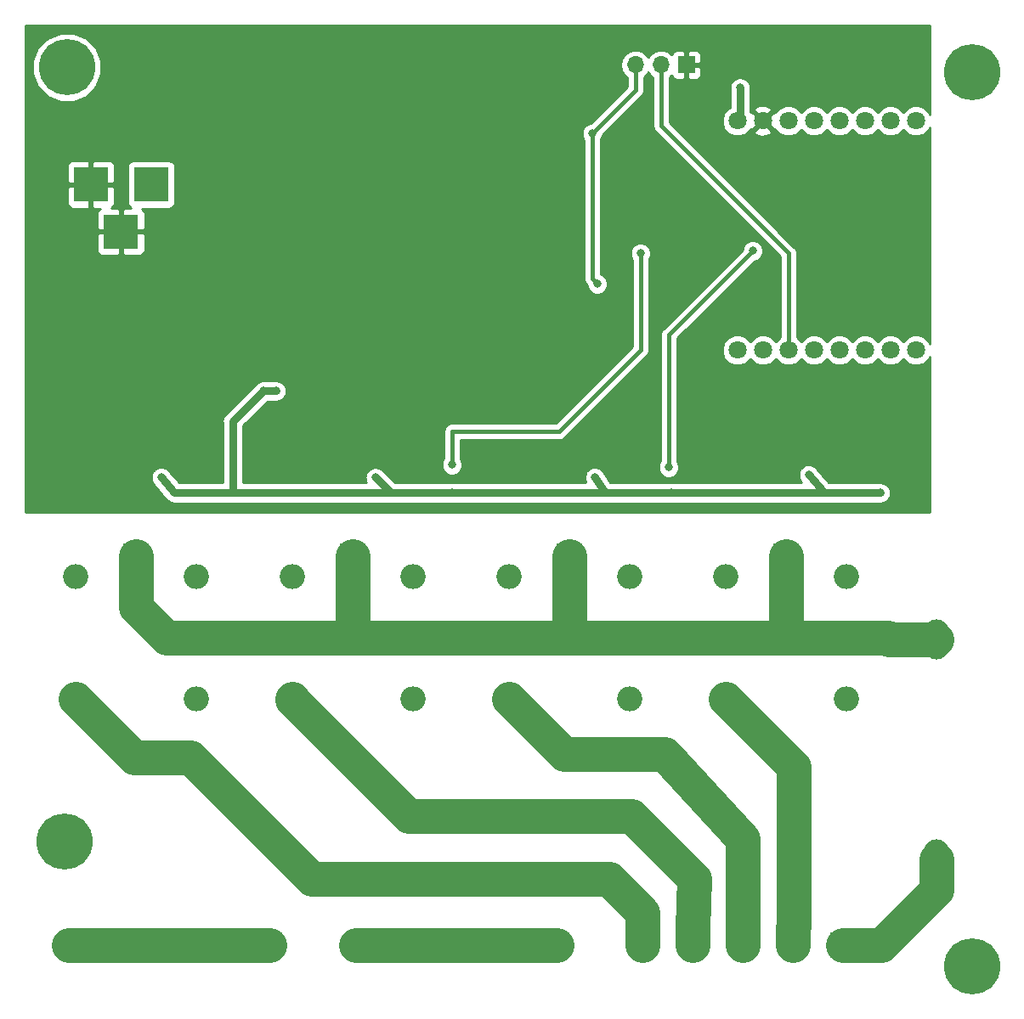
<source format=gbr>
G04 #@! TF.GenerationSoftware,KiCad,Pcbnew,(5.0.0)*
G04 #@! TF.CreationDate,2018-08-06T10:04:36+01:00*
G04 #@! TF.ProjectId,Sonoff_4ch_switch,536F6E6F66665F3463685F7377697463,rev?*
G04 #@! TF.SameCoordinates,Original*
G04 #@! TF.FileFunction,Copper,L2,Bot,Signal*
G04 #@! TF.FilePolarity,Positive*
%FSLAX46Y46*%
G04 Gerber Fmt 4.6, Leading zero omitted, Abs format (unit mm)*
G04 Created by KiCad (PCBNEW (5.0.0)) date 08/06/18 10:04:36*
%MOMM*%
%LPD*%
G01*
G04 APERTURE LIST*
G04 #@! TA.AperFunction,ComponentPad*
%ADD10R,1.700000X1.700000*%
G04 #@! TD*
G04 #@! TA.AperFunction,ComponentPad*
%ADD11O,1.700000X1.700000*%
G04 #@! TD*
G04 #@! TA.AperFunction,ComponentPad*
%ADD12C,1.800000*%
G04 #@! TD*
G04 #@! TA.AperFunction,ComponentPad*
%ADD13O,2.500000X4.000000*%
G04 #@! TD*
G04 #@! TA.AperFunction,ComponentPad*
%ADD14R,3.500000X3.500000*%
G04 #@! TD*
G04 #@! TA.AperFunction,ComponentPad*
%ADD15O,2.500000X2.500000*%
G04 #@! TD*
G04 #@! TA.AperFunction,ComponentPad*
%ADD16R,2.500000X2.500000*%
G04 #@! TD*
G04 #@! TA.AperFunction,ComponentPad*
%ADD17C,2.500000*%
G04 #@! TD*
G04 #@! TA.AperFunction,ComponentPad*
%ADD18C,5.600000*%
G04 #@! TD*
G04 #@! TA.AperFunction,ViaPad*
%ADD19C,0.800000*%
G04 #@! TD*
G04 #@! TA.AperFunction,Conductor*
%ADD20C,0.800000*%
G04 #@! TD*
G04 #@! TA.AperFunction,Conductor*
%ADD21C,0.400000*%
G04 #@! TD*
G04 #@! TA.AperFunction,Conductor*
%ADD22C,3.500000*%
G04 #@! TD*
G04 #@! TA.AperFunction,Conductor*
%ADD23C,0.254000*%
G04 #@! TD*
G04 APERTURE END LIST*
D10*
G04 #@! TO.P,J5,1*
G04 #@! TO.N,GND*
X147574000Y-37338000D03*
D11*
G04 #@! TO.P,J5,2*
G04 #@! TO.N,OneWire*
X145034000Y-37338000D03*
G04 #@! TO.P,J5,3*
G04 #@! TO.N,+3V3*
X142494000Y-37338000D03*
G04 #@! TD*
D12*
G04 #@! TO.P,U2,8*
G04 #@! TO.N,Net-(U2-Pad8)*
X170434000Y-42926000D03*
G04 #@! TO.P,U2,7*
G04 #@! TO.N,Net-(U2-Pad7)*
X167894000Y-42926000D03*
G04 #@! TO.P,U2,6*
G04 #@! TO.N,Relay2*
X165354000Y-42926000D03*
G04 #@! TO.P,U2,5*
G04 #@! TO.N,Relay3*
X162814000Y-42926000D03*
G04 #@! TO.P,U2,4*
G04 #@! TO.N,SW0*
X160274000Y-42926000D03*
G04 #@! TO.P,U2,3*
G04 #@! TO.N,SW2*
X157734000Y-42926000D03*
G04 #@! TO.P,U2,2*
G04 #@! TO.N,GND*
X155194000Y-42926000D03*
G04 #@! TO.P,U2,1*
G04 #@! TO.N,+5V*
X152654000Y-42926000D03*
G04 #@! TO.P,U2,16*
G04 #@! TO.N,+3V3*
X152654000Y-65786000D03*
G04 #@! TO.P,U2,15*
G04 #@! TO.N,Relay4*
X155194000Y-65786000D03*
G04 #@! TO.P,U2,14*
G04 #@! TO.N,OneWire*
X157734000Y-65786000D03*
G04 #@! TO.P,U2,13*
G04 #@! TO.N,Relay1*
X160274000Y-65786000D03*
G04 #@! TO.P,U2,12*
G04 #@! TO.N,SW14*
X162814000Y-65786000D03*
G04 #@! TO.P,U2,11*
G04 #@! TO.N,SW16*
X165354000Y-65786000D03*
G04 #@! TO.P,U2,10*
G04 #@! TO.N,Net-(U2-Pad10)*
X167894000Y-65786000D03*
G04 #@! TO.P,U2,9*
G04 #@! TO.N,Net-(U2-Pad9)*
X170434000Y-65786000D03*
G04 #@! TD*
D13*
G04 #@! TO.P,F1,2*
G04 #@! TO.N,LineIN*
X172466000Y-94586000D03*
G04 #@! TO.P,F1,1*
G04 #@! TO.N,AC*
X172466000Y-116586000D03*
G04 #@! TD*
D14*
G04 #@! TO.P,J1,3*
G04 #@! TO.N,GND*
X91234000Y-53976000D03*
G04 #@! TO.P,J1,2*
X88234000Y-49276000D03*
G04 #@! TO.P,J1,1*
G04 #@! TO.N,/DC_IN*
X94234000Y-49276000D03*
G04 #@! TD*
D15*
G04 #@! TO.P,K1,5*
G04 #@! TO.N,+5V*
X163480000Y-88360000D03*
G04 #@! TO.P,K1,4*
G04 #@! TO.N,Net-(K1-Pad4)*
X163480000Y-100560000D03*
G04 #@! TO.P,K1,3*
G04 #@! TO.N,L1*
X151480000Y-100560000D03*
G04 #@! TO.P,K1,2*
G04 #@! TO.N,Net-(D1-Pad2)*
X151480000Y-88360000D03*
D16*
G04 #@! TO.P,K1,1*
G04 #@! TO.N,LineIN*
X157480000Y-86360000D03*
G04 #@! TD*
G04 #@! TO.P,K2,1*
G04 #@! TO.N,LineIN*
X135890000Y-86360000D03*
D15*
G04 #@! TO.P,K2,2*
G04 #@! TO.N,Net-(D2-Pad2)*
X129890000Y-88360000D03*
G04 #@! TO.P,K2,3*
G04 #@! TO.N,L2*
X129890000Y-100560000D03*
G04 #@! TO.P,K2,4*
G04 #@! TO.N,Net-(K2-Pad4)*
X141890000Y-100560000D03*
G04 #@! TO.P,K2,5*
G04 #@! TO.N,+5V*
X141890000Y-88360000D03*
G04 #@! TD*
G04 #@! TO.P,K3,5*
G04 #@! TO.N,+5V*
X120300000Y-88360000D03*
G04 #@! TO.P,K3,4*
G04 #@! TO.N,Net-(K3-Pad4)*
X120300000Y-100560000D03*
G04 #@! TO.P,K3,3*
G04 #@! TO.N,L3*
X108300000Y-100560000D03*
G04 #@! TO.P,K3,2*
G04 #@! TO.N,Net-(D3-Pad2)*
X108300000Y-88360000D03*
D16*
G04 #@! TO.P,K3,1*
G04 #@! TO.N,LineIN*
X114300000Y-86360000D03*
G04 #@! TD*
G04 #@! TO.P,K4,1*
G04 #@! TO.N,LineIN*
X92710000Y-86360000D03*
D15*
G04 #@! TO.P,K4,2*
G04 #@! TO.N,Net-(D4-Pad2)*
X86710000Y-88360000D03*
G04 #@! TO.P,K4,3*
G04 #@! TO.N,L4*
X86710000Y-100560000D03*
G04 #@! TO.P,K4,4*
G04 #@! TO.N,Net-(K4-Pad4)*
X98710000Y-100560000D03*
G04 #@! TO.P,K4,5*
G04 #@! TO.N,+5V*
X98710000Y-88360000D03*
G04 #@! TD*
D16*
G04 #@! TO.P,J2,1*
G04 #@! TO.N,AC*
X163195000Y-125095000D03*
D17*
G04 #@! TO.P,J2,2*
G04 #@! TO.N,L1*
X158195000Y-125095000D03*
G04 #@! TO.P,J2,3*
G04 #@! TO.N,L2*
X153195000Y-125095000D03*
G04 #@! TO.P,J2,4*
G04 #@! TO.N,L3*
X148195000Y-125095000D03*
G04 #@! TO.P,J2,5*
G04 #@! TO.N,L4*
X143195000Y-125095000D03*
G04 #@! TD*
G04 #@! TO.P,J3,5*
G04 #@! TO.N,Neutral*
X114620000Y-125095000D03*
G04 #@! TO.P,J3,4*
X119620000Y-125095000D03*
G04 #@! TO.P,J3,3*
X124620000Y-125095000D03*
G04 #@! TO.P,J3,2*
X129620000Y-125095000D03*
D16*
G04 #@! TO.P,J3,1*
X134620000Y-125095000D03*
G04 #@! TD*
G04 #@! TO.P,J4,1*
G04 #@! TO.N,Earth*
X106045000Y-125095000D03*
D17*
G04 #@! TO.P,J4,2*
X101045000Y-125095000D03*
G04 #@! TO.P,J4,3*
X96045000Y-125095000D03*
G04 #@! TO.P,J4,4*
X91045000Y-125095000D03*
G04 #@! TO.P,J4,5*
X86045000Y-125095000D03*
G04 #@! TD*
D18*
G04 #@! TO.P,REF\002A\002A,1*
G04 #@! TO.N,N/C*
X85852000Y-37592000D03*
G04 #@! TD*
G04 #@! TO.P,REF\002A\002A,1*
G04 #@! TO.N,N/C*
X176022000Y-38100000D03*
G04 #@! TD*
G04 #@! TO.P,REF\002A\002A,1*
G04 #@! TO.N,N/C*
X176022000Y-127254000D03*
G04 #@! TD*
G04 #@! TO.P,REF\002A\002A,1*
G04 #@! TO.N,N/C*
X85598000Y-114808000D03*
G04 #@! TD*
D19*
G04 #@! TO.N,+5V*
X146050000Y-80010000D03*
X102362000Y-80010000D03*
X159766000Y-78232000D03*
X138430000Y-78486000D03*
X116586000Y-78486000D03*
X95250000Y-78486000D03*
X124206000Y-80010000D03*
X105410000Y-69850000D03*
X166878000Y-80010000D03*
X152908000Y-39624000D03*
X106680000Y-69850000D03*
G04 #@! TO.N,GND*
X148590000Y-77724000D03*
X126746000Y-77724000D03*
X105156000Y-78486000D03*
X103886000Y-54102000D03*
X88646000Y-72390000D03*
X115824000Y-61976000D03*
X161036000Y-71882000D03*
X96012000Y-36576000D03*
X115824000Y-69342000D03*
X170688000Y-70866000D03*
X160528000Y-61214000D03*
X164211000Y-62484000D03*
X170688000Y-34798000D03*
X170688000Y-36195000D03*
X170688000Y-37592000D03*
X170688000Y-38862000D03*
X170688000Y-40132000D03*
X170688000Y-45720000D03*
X170688000Y-46990000D03*
X170688000Y-48260000D03*
X170688000Y-49530000D03*
X170688000Y-50800000D03*
X170688000Y-52070000D03*
X170688000Y-53340000D03*
X170688000Y-54610000D03*
X170688000Y-55880000D03*
X170688000Y-57150000D03*
X170688000Y-58420000D03*
X170688000Y-59690000D03*
X170688000Y-60960000D03*
X170688000Y-62230000D03*
X170688000Y-63500000D03*
X169164000Y-34798000D03*
X167640000Y-34798000D03*
X166370000Y-34798000D03*
X165100000Y-34798000D03*
X170688000Y-68326000D03*
X170688000Y-69596000D03*
X170688000Y-72136000D03*
X170688000Y-73406000D03*
X170688000Y-74676000D03*
X170688000Y-75946000D03*
X170688000Y-77216000D03*
X170688000Y-78486000D03*
X153416000Y-62992000D03*
X134874000Y-34290000D03*
X131064000Y-34290000D03*
X127254000Y-34290000D03*
X123190000Y-34290000D03*
X118618000Y-34290000D03*
X114554000Y-34290000D03*
X82550000Y-41148000D03*
X82550000Y-45212000D03*
X82296000Y-52070000D03*
X82296000Y-59182000D03*
X82550000Y-68580000D03*
X82550000Y-77470000D03*
X103886000Y-49276000D03*
X142240000Y-43434000D03*
X115316000Y-50292000D03*
G04 #@! TO.N,Relay2*
X145796000Y-77470000D03*
X154178000Y-55880000D03*
G04 #@! TO.N,Relay3*
X124206000Y-77216000D03*
X143002000Y-56134000D03*
G04 #@! TO.N,+3V3*
X138684000Y-59182000D03*
X138176000Y-44196000D03*
G04 #@! TD*
D20*
G04 #@! TO.N,+5V*
X146050000Y-80010000D02*
X146050000Y-80010000D01*
X102362000Y-80010000D02*
X102362000Y-80010000D01*
X139446000Y-80010000D02*
X146050000Y-80010000D01*
X138430000Y-78486000D02*
X139446000Y-80010000D01*
X96520000Y-80010000D02*
X102362000Y-80010000D01*
X95250000Y-78486000D02*
X96520000Y-80010000D01*
X118110000Y-80010000D02*
X116586000Y-78486000D01*
X124206000Y-80010000D02*
X118110000Y-80010000D01*
X124460000Y-80010000D02*
X146050000Y-80010000D01*
X124206000Y-80010000D02*
X124460000Y-80010000D01*
X102362000Y-80010000D02*
X124206000Y-80010000D01*
X161290000Y-80010000D02*
X159766000Y-78232000D01*
X102362000Y-80010000D02*
X102362000Y-72898000D01*
X102362000Y-72898000D02*
X105410000Y-69850000D01*
X146050000Y-80010000D02*
X166878000Y-80010000D01*
X152908000Y-42672000D02*
X152654000Y-42926000D01*
X152908000Y-39624000D02*
X152908000Y-42672000D01*
X106680000Y-69850000D02*
X105410000Y-69850000D01*
D21*
G04 #@! TO.N,Relay2*
X145796000Y-77216000D02*
X145796000Y-77470000D01*
X145796000Y-76904315D02*
X145796000Y-77470000D01*
X145796000Y-64262000D02*
X145796000Y-76904315D01*
X154178000Y-55880000D02*
X145796000Y-64262000D01*
G04 #@! TO.N,Relay3*
X124206000Y-77216000D02*
X124206000Y-73914000D01*
X124206000Y-73914000D02*
X134874000Y-73914000D01*
X143002000Y-65786000D02*
X134874000Y-73914000D01*
X143002000Y-56134000D02*
X143002000Y-65786000D01*
D22*
G04 #@! TO.N,L1*
X152729999Y-101809999D02*
X151480000Y-100560000D01*
X152736999Y-101809999D02*
X152729999Y-101809999D01*
X158242000Y-107315000D02*
X152736999Y-101809999D01*
X158242000Y-123280234D02*
X158242000Y-107315000D01*
X158195000Y-125095000D02*
X158195000Y-123327234D01*
X158195000Y-123327234D02*
X158242000Y-123280234D01*
G04 #@! TO.N,LineIN*
X92710000Y-91440000D02*
X92710000Y-86360000D01*
X95758000Y-94488000D02*
X92710000Y-91440000D01*
X114300000Y-91110000D02*
X114300000Y-94488000D01*
X114300000Y-86360000D02*
X114300000Y-91110000D01*
X114300000Y-94488000D02*
X95758000Y-94488000D01*
X135890000Y-91110000D02*
X135890000Y-94488000D01*
X135890000Y-86360000D02*
X135890000Y-91110000D01*
X135890000Y-94488000D02*
X114300000Y-94488000D01*
X157480000Y-86360000D02*
X157480000Y-94488000D01*
X157480000Y-94488000D02*
X135890000Y-94488000D01*
X167618000Y-94488000D02*
X157480000Y-94488000D01*
X167716000Y-94586000D02*
X167618000Y-94488000D01*
X172466000Y-94586000D02*
X167716000Y-94586000D01*
G04 #@! TO.N,L2*
X135375000Y-106045000D02*
X129890000Y-100560000D01*
X145415000Y-106045000D02*
X135375000Y-106045000D01*
X153162000Y-114554000D02*
X145415000Y-106045000D01*
X153162000Y-123294234D02*
X153162000Y-114554000D01*
X153195000Y-125095000D02*
X153195000Y-123327234D01*
X153195000Y-123327234D02*
X153162000Y-123294234D01*
G04 #@! TO.N,L3*
X148195000Y-125095000D02*
X148195000Y-123327234D01*
X148209000Y-123313234D02*
X148336000Y-118491000D01*
X108300000Y-100680000D02*
X108300000Y-100560000D01*
X148336000Y-118491000D02*
X142113000Y-112268000D01*
X142113000Y-112268000D02*
X119888000Y-112268000D01*
X148195000Y-123327234D02*
X148209000Y-123313234D01*
X119888000Y-112268000D02*
X108300000Y-100680000D01*
G04 #@! TO.N,L4*
X92576000Y-106426000D02*
X86710000Y-100560000D01*
X98171000Y-106426000D02*
X92576000Y-106426000D01*
X110283010Y-118538010D02*
X98171000Y-106426000D01*
X139874010Y-118538010D02*
X110283010Y-118538010D01*
X143195000Y-125095000D02*
X143195000Y-121859000D01*
X143195000Y-121859000D02*
X139874010Y-118538010D01*
G04 #@! TO.N,Neutral*
X114620000Y-125095000D02*
X119620000Y-125095000D01*
X119620000Y-125095000D02*
X124620000Y-125095000D01*
X124620000Y-125095000D02*
X129620000Y-125095000D01*
X129620000Y-125095000D02*
X134620000Y-125095000D01*
G04 #@! TO.N,Earth*
X86045000Y-125095000D02*
X91045000Y-125095000D01*
X91045000Y-125095000D02*
X96045000Y-125095000D01*
X96045000Y-125095000D02*
X101045000Y-125095000D01*
X101045000Y-125095000D02*
X106045000Y-125095000D01*
G04 #@! TO.N,AC*
X172466000Y-119634000D02*
X172466000Y-116586000D01*
X163195000Y-125095000D02*
X167005000Y-125095000D01*
X167005000Y-125095000D02*
X172466000Y-119634000D01*
D21*
G04 #@! TO.N,+3V3*
X138684000Y-59182000D02*
X138176000Y-58674000D01*
X138176000Y-58674000D02*
X138176000Y-44196000D01*
X142494000Y-39878000D02*
X138176000Y-44196000D01*
X142494000Y-37338000D02*
X142494000Y-39878000D01*
G04 #@! TO.N,OneWire*
X157734000Y-56134000D02*
X157734000Y-65786000D01*
X145034000Y-43434000D02*
X157734000Y-56134000D01*
X145034000Y-37338000D02*
X145034000Y-43434000D01*
G04 #@! TD*
D23*
G04 #@! TO.N,GND*
G36*
X171831000Y-42287509D02*
X171735310Y-42056493D01*
X171303507Y-41624690D01*
X170739330Y-41391000D01*
X170128670Y-41391000D01*
X169564493Y-41624690D01*
X169164000Y-42025183D01*
X168763507Y-41624690D01*
X168199330Y-41391000D01*
X167588670Y-41391000D01*
X167024493Y-41624690D01*
X166624000Y-42025183D01*
X166223507Y-41624690D01*
X165659330Y-41391000D01*
X165048670Y-41391000D01*
X164484493Y-41624690D01*
X164084000Y-42025183D01*
X163683507Y-41624690D01*
X163119330Y-41391000D01*
X162508670Y-41391000D01*
X161944493Y-41624690D01*
X161544000Y-42025183D01*
X161143507Y-41624690D01*
X160579330Y-41391000D01*
X159968670Y-41391000D01*
X159404493Y-41624690D01*
X159004000Y-42025183D01*
X158603507Y-41624690D01*
X158039330Y-41391000D01*
X157428670Y-41391000D01*
X156864493Y-41624690D01*
X156432690Y-42056493D01*
X156424562Y-42076115D01*
X156274159Y-42025446D01*
X155373605Y-42926000D01*
X156274159Y-43826554D01*
X156424562Y-43775885D01*
X156432690Y-43795507D01*
X156864493Y-44227310D01*
X157428670Y-44461000D01*
X158039330Y-44461000D01*
X158603507Y-44227310D01*
X159004000Y-43826817D01*
X159404493Y-44227310D01*
X159968670Y-44461000D01*
X160579330Y-44461000D01*
X161143507Y-44227310D01*
X161544000Y-43826817D01*
X161944493Y-44227310D01*
X162508670Y-44461000D01*
X163119330Y-44461000D01*
X163683507Y-44227310D01*
X164084000Y-43826817D01*
X164484493Y-44227310D01*
X165048670Y-44461000D01*
X165659330Y-44461000D01*
X166223507Y-44227310D01*
X166624000Y-43826817D01*
X167024493Y-44227310D01*
X167588670Y-44461000D01*
X168199330Y-44461000D01*
X168763507Y-44227310D01*
X169164000Y-43826817D01*
X169564493Y-44227310D01*
X170128670Y-44461000D01*
X170739330Y-44461000D01*
X171303507Y-44227310D01*
X171735310Y-43795507D01*
X171831000Y-43564491D01*
X171831000Y-65147509D01*
X171735310Y-64916493D01*
X171303507Y-64484690D01*
X170739330Y-64251000D01*
X170128670Y-64251000D01*
X169564493Y-64484690D01*
X169164000Y-64885183D01*
X168763507Y-64484690D01*
X168199330Y-64251000D01*
X167588670Y-64251000D01*
X167024493Y-64484690D01*
X166624000Y-64885183D01*
X166223507Y-64484690D01*
X165659330Y-64251000D01*
X165048670Y-64251000D01*
X164484493Y-64484690D01*
X164084000Y-64885183D01*
X163683507Y-64484690D01*
X163119330Y-64251000D01*
X162508670Y-64251000D01*
X161944493Y-64484690D01*
X161544000Y-64885183D01*
X161143507Y-64484690D01*
X160579330Y-64251000D01*
X159968670Y-64251000D01*
X159404493Y-64484690D01*
X159004000Y-64885183D01*
X158603507Y-64484690D01*
X158569000Y-64470397D01*
X158569000Y-56216232D01*
X158585357Y-56133999D01*
X158569000Y-56051764D01*
X158569000Y-56051763D01*
X158520552Y-55808199D01*
X158336001Y-55531999D01*
X158266283Y-55485415D01*
X145869000Y-43088133D01*
X145869000Y-42620670D01*
X151119000Y-42620670D01*
X151119000Y-43231330D01*
X151352690Y-43795507D01*
X151784493Y-44227310D01*
X152348670Y-44461000D01*
X152959330Y-44461000D01*
X153523507Y-44227310D01*
X153744658Y-44006159D01*
X154293446Y-44006159D01*
X154379852Y-44262643D01*
X154953336Y-44472458D01*
X155563460Y-44446839D01*
X156008148Y-44262643D01*
X156094554Y-44006159D01*
X155194000Y-43105605D01*
X154293446Y-44006159D01*
X153744658Y-44006159D01*
X153955310Y-43795507D01*
X153963438Y-43775885D01*
X154113841Y-43826554D01*
X155014395Y-42926000D01*
X154113841Y-42025446D01*
X153963438Y-42076115D01*
X153955310Y-42056493D01*
X153943000Y-42044183D01*
X153943000Y-41845841D01*
X154293446Y-41845841D01*
X155194000Y-42746395D01*
X156094554Y-41845841D01*
X156008148Y-41589357D01*
X155434664Y-41379542D01*
X154824540Y-41405161D01*
X154379852Y-41589357D01*
X154293446Y-41845841D01*
X153943000Y-41845841D01*
X153943000Y-39418126D01*
X153903224Y-39322099D01*
X153882948Y-39220163D01*
X153825207Y-39133747D01*
X153785431Y-39037720D01*
X153711935Y-38964224D01*
X153654193Y-38877807D01*
X153567777Y-38820066D01*
X153494280Y-38746569D01*
X153398251Y-38706793D01*
X153311836Y-38649052D01*
X153209902Y-38628776D01*
X153113874Y-38589000D01*
X153009934Y-38589000D01*
X152908000Y-38568724D01*
X152806065Y-38589000D01*
X152702126Y-38589000D01*
X152606098Y-38628776D01*
X152504163Y-38649052D01*
X152417747Y-38706793D01*
X152321720Y-38746569D01*
X152248224Y-38820065D01*
X152161807Y-38877807D01*
X152104066Y-38964223D01*
X152030569Y-39037720D01*
X151990793Y-39133749D01*
X151933052Y-39220164D01*
X151912776Y-39322098D01*
X151873000Y-39418126D01*
X151873000Y-39522066D01*
X151873001Y-41588029D01*
X151784493Y-41624690D01*
X151352690Y-42056493D01*
X151119000Y-42620670D01*
X145869000Y-42620670D01*
X145869000Y-38566065D01*
X146104625Y-38408625D01*
X146119096Y-38386967D01*
X146185673Y-38547698D01*
X146364301Y-38726327D01*
X146597690Y-38823000D01*
X147288250Y-38823000D01*
X147447000Y-38664250D01*
X147447000Y-37465000D01*
X147701000Y-37465000D01*
X147701000Y-38664250D01*
X147859750Y-38823000D01*
X148550310Y-38823000D01*
X148783699Y-38726327D01*
X148962327Y-38547698D01*
X149059000Y-38314309D01*
X149059000Y-37623750D01*
X148900250Y-37465000D01*
X147701000Y-37465000D01*
X147447000Y-37465000D01*
X147427000Y-37465000D01*
X147427000Y-37211000D01*
X147447000Y-37211000D01*
X147447000Y-36011750D01*
X147701000Y-36011750D01*
X147701000Y-37211000D01*
X148900250Y-37211000D01*
X149059000Y-37052250D01*
X149059000Y-36361691D01*
X148962327Y-36128302D01*
X148783699Y-35949673D01*
X148550310Y-35853000D01*
X147859750Y-35853000D01*
X147701000Y-36011750D01*
X147447000Y-36011750D01*
X147288250Y-35853000D01*
X146597690Y-35853000D01*
X146364301Y-35949673D01*
X146185673Y-36128302D01*
X146119096Y-36289033D01*
X146104625Y-36267375D01*
X145613418Y-35939161D01*
X145180256Y-35853000D01*
X144887744Y-35853000D01*
X144454582Y-35939161D01*
X143963375Y-36267375D01*
X143764000Y-36565761D01*
X143564625Y-36267375D01*
X143073418Y-35939161D01*
X142640256Y-35853000D01*
X142347744Y-35853000D01*
X141914582Y-35939161D01*
X141423375Y-36267375D01*
X141095161Y-36758582D01*
X140979908Y-37338000D01*
X141095161Y-37917418D01*
X141423375Y-38408625D01*
X141659000Y-38566065D01*
X141659001Y-39532131D01*
X138030133Y-43161000D01*
X137970126Y-43161000D01*
X137589720Y-43318569D01*
X137298569Y-43609720D01*
X137141000Y-43990126D01*
X137141000Y-44401874D01*
X137298569Y-44782280D01*
X137341001Y-44824712D01*
X137341000Y-58591767D01*
X137324643Y-58674000D01*
X137341000Y-58756233D01*
X137341000Y-58756236D01*
X137389448Y-58999800D01*
X137573999Y-59276001D01*
X137643720Y-59322587D01*
X137649000Y-59327867D01*
X137649000Y-59387874D01*
X137806569Y-59768280D01*
X138097720Y-60059431D01*
X138478126Y-60217000D01*
X138889874Y-60217000D01*
X139270280Y-60059431D01*
X139561431Y-59768280D01*
X139719000Y-59387874D01*
X139719000Y-58976126D01*
X139561431Y-58595720D01*
X139270280Y-58304569D01*
X139011000Y-58197172D01*
X139011000Y-44824711D01*
X139053431Y-44782280D01*
X139211000Y-44401874D01*
X139211000Y-44341867D01*
X143026283Y-40526585D01*
X143096001Y-40480001D01*
X143280552Y-40203801D01*
X143329000Y-39960237D01*
X143329000Y-39960234D01*
X143345357Y-39878001D01*
X143329000Y-39795768D01*
X143329000Y-38566065D01*
X143564625Y-38408625D01*
X143764000Y-38110239D01*
X143963375Y-38408625D01*
X144199000Y-38566065D01*
X144199001Y-43351762D01*
X144182643Y-43434000D01*
X144247448Y-43759800D01*
X144247449Y-43759801D01*
X144432000Y-44036001D01*
X144501718Y-44082585D01*
X156899000Y-56479868D01*
X156899001Y-64470396D01*
X156864493Y-64484690D01*
X156464000Y-64885183D01*
X156063507Y-64484690D01*
X155499330Y-64251000D01*
X154888670Y-64251000D01*
X154324493Y-64484690D01*
X153924000Y-64885183D01*
X153523507Y-64484690D01*
X152959330Y-64251000D01*
X152348670Y-64251000D01*
X151784493Y-64484690D01*
X151352690Y-64916493D01*
X151119000Y-65480670D01*
X151119000Y-66091330D01*
X151352690Y-66655507D01*
X151784493Y-67087310D01*
X152348670Y-67321000D01*
X152959330Y-67321000D01*
X153523507Y-67087310D01*
X153924000Y-66686817D01*
X154324493Y-67087310D01*
X154888670Y-67321000D01*
X155499330Y-67321000D01*
X156063507Y-67087310D01*
X156464000Y-66686817D01*
X156864493Y-67087310D01*
X157428670Y-67321000D01*
X158039330Y-67321000D01*
X158603507Y-67087310D01*
X159004000Y-66686817D01*
X159404493Y-67087310D01*
X159968670Y-67321000D01*
X160579330Y-67321000D01*
X161143507Y-67087310D01*
X161544000Y-66686817D01*
X161944493Y-67087310D01*
X162508670Y-67321000D01*
X163119330Y-67321000D01*
X163683507Y-67087310D01*
X164084000Y-66686817D01*
X164484493Y-67087310D01*
X165048670Y-67321000D01*
X165659330Y-67321000D01*
X166223507Y-67087310D01*
X166624000Y-66686817D01*
X167024493Y-67087310D01*
X167588670Y-67321000D01*
X168199330Y-67321000D01*
X168763507Y-67087310D01*
X169164000Y-66686817D01*
X169564493Y-67087310D01*
X170128670Y-67321000D01*
X170739330Y-67321000D01*
X171303507Y-67087310D01*
X171735310Y-66655507D01*
X171831000Y-66424491D01*
X171831000Y-81915000D01*
X81736000Y-81915000D01*
X81736000Y-78390460D01*
X94199058Y-78390460D01*
X94215000Y-78540734D01*
X94215000Y-78691874D01*
X94236554Y-78743911D01*
X94242495Y-78799910D01*
X94314730Y-78932643D01*
X94372569Y-79072280D01*
X94484949Y-79184660D01*
X95689850Y-80630543D01*
X95773807Y-80756193D01*
X95905950Y-80844488D01*
X96029554Y-80944382D01*
X96075944Y-80958074D01*
X96116163Y-80984948D01*
X96272038Y-81015953D01*
X96424459Y-81060942D01*
X96574733Y-81045000D01*
X102260065Y-81045000D01*
X102362000Y-81065276D01*
X102463934Y-81045000D01*
X118008070Y-81045000D01*
X118109999Y-81065275D01*
X118211929Y-81045000D01*
X139446350Y-81045000D01*
X139650791Y-81045214D01*
X139651309Y-81045000D01*
X161147779Y-81045000D01*
X161209063Y-81062167D01*
X161351944Y-81045000D01*
X167083874Y-81045000D01*
X167179901Y-81005224D01*
X167281837Y-80984948D01*
X167368253Y-80927207D01*
X167464280Y-80887431D01*
X167537777Y-80813934D01*
X167624193Y-80756193D01*
X167681935Y-80669776D01*
X167755431Y-80596280D01*
X167795207Y-80500253D01*
X167852948Y-80413837D01*
X167873224Y-80311902D01*
X167913000Y-80215874D01*
X167913000Y-80111934D01*
X167933276Y-80010000D01*
X167913000Y-79908065D01*
X167913000Y-79804126D01*
X167873224Y-79708098D01*
X167852948Y-79606163D01*
X167795207Y-79519747D01*
X167755431Y-79423720D01*
X167681934Y-79350223D01*
X167624193Y-79263807D01*
X167537776Y-79206065D01*
X167464280Y-79132569D01*
X167368253Y-79092793D01*
X167281837Y-79035052D01*
X167179901Y-79014776D01*
X167083874Y-78975000D01*
X161766032Y-78975000D01*
X160659125Y-77683609D01*
X160643431Y-77645720D01*
X160525956Y-77528245D01*
X160485492Y-77481037D01*
X160454055Y-77456344D01*
X160352280Y-77354569D01*
X160293472Y-77330210D01*
X160243422Y-77290897D01*
X160104849Y-77252080D01*
X159971874Y-77197000D01*
X159908219Y-77197000D01*
X159846935Y-77179833D01*
X159704055Y-77197000D01*
X159560126Y-77197000D01*
X159501319Y-77221359D01*
X159438129Y-77228951D01*
X159312695Y-77299489D01*
X159179720Y-77354569D01*
X159134710Y-77399579D01*
X159079236Y-77430775D01*
X158990343Y-77543946D01*
X158888569Y-77645720D01*
X158864210Y-77704528D01*
X158824897Y-77754578D01*
X158786080Y-77893151D01*
X158731000Y-78026126D01*
X158731000Y-78089781D01*
X158713833Y-78151065D01*
X158731000Y-78293945D01*
X158731000Y-78437874D01*
X158755359Y-78496681D01*
X158762951Y-78559871D01*
X158833490Y-78685307D01*
X158888569Y-78818280D01*
X159006039Y-78935750D01*
X159039682Y-78975000D01*
X139999915Y-78975000D01*
X139347416Y-77996253D01*
X139307431Y-77899720D01*
X139161197Y-77753486D01*
X139017197Y-77609184D01*
X139016680Y-77608969D01*
X139016280Y-77608569D01*
X138825450Y-77529525D01*
X138636956Y-77451217D01*
X138636396Y-77451216D01*
X138635874Y-77451000D01*
X138429650Y-77451000D01*
X138225209Y-77450786D01*
X138224691Y-77451000D01*
X138224126Y-77451000D01*
X138033183Y-77530091D01*
X137844639Y-77607958D01*
X137844244Y-77608352D01*
X137843720Y-77608569D01*
X137697711Y-77754578D01*
X137553184Y-77898803D01*
X137552969Y-77899320D01*
X137552569Y-77899720D01*
X137473525Y-78090550D01*
X137395217Y-78279044D01*
X137395216Y-78279604D01*
X137395000Y-78280126D01*
X137395000Y-78486000D01*
X137394786Y-78690791D01*
X137395000Y-78691309D01*
X137395000Y-78691874D01*
X137474033Y-78882676D01*
X137512162Y-78975000D01*
X118538711Y-78975000D01*
X117172280Y-77608569D01*
X117076250Y-77568792D01*
X116989836Y-77511052D01*
X116887902Y-77490776D01*
X116791874Y-77451000D01*
X116687934Y-77451000D01*
X116586000Y-77430724D01*
X116484066Y-77451000D01*
X116380126Y-77451000D01*
X116284098Y-77490776D01*
X116182164Y-77511052D01*
X116095750Y-77568792D01*
X115999720Y-77608569D01*
X115926220Y-77682069D01*
X115839808Y-77739808D01*
X115782069Y-77826220D01*
X115708569Y-77899720D01*
X115668792Y-77995750D01*
X115611052Y-78082164D01*
X115590776Y-78184098D01*
X115551000Y-78280126D01*
X115551000Y-78384066D01*
X115530724Y-78486000D01*
X115551000Y-78587934D01*
X115551000Y-78691874D01*
X115590776Y-78787902D01*
X115611052Y-78889836D01*
X115667957Y-78975000D01*
X103397000Y-78975000D01*
X103397000Y-77010126D01*
X123171000Y-77010126D01*
X123171000Y-77421874D01*
X123328569Y-77802280D01*
X123619720Y-78093431D01*
X124000126Y-78251000D01*
X124411874Y-78251000D01*
X124792280Y-78093431D01*
X125083431Y-77802280D01*
X125241000Y-77421874D01*
X125241000Y-77264126D01*
X144761000Y-77264126D01*
X144761000Y-77675874D01*
X144918569Y-78056280D01*
X145209720Y-78347431D01*
X145590126Y-78505000D01*
X146001874Y-78505000D01*
X146382280Y-78347431D01*
X146673431Y-78056280D01*
X146831000Y-77675874D01*
X146831000Y-77264126D01*
X146673431Y-76883720D01*
X146631000Y-76841289D01*
X146631000Y-64607867D01*
X154323868Y-56915000D01*
X154383874Y-56915000D01*
X154764280Y-56757431D01*
X155055431Y-56466280D01*
X155213000Y-56085874D01*
X155213000Y-55674126D01*
X155055431Y-55293720D01*
X154764280Y-55002569D01*
X154383874Y-54845000D01*
X153972126Y-54845000D01*
X153591720Y-55002569D01*
X153300569Y-55293720D01*
X153143000Y-55674126D01*
X153143000Y-55734132D01*
X145263720Y-63613413D01*
X145193999Y-63659999D01*
X145009448Y-63936200D01*
X144961000Y-64179764D01*
X144961000Y-64179767D01*
X144944643Y-64262000D01*
X144961000Y-64344233D01*
X144961001Y-76822074D01*
X144961000Y-76822079D01*
X144961000Y-76841289D01*
X144918569Y-76883720D01*
X144761000Y-77264126D01*
X125241000Y-77264126D01*
X125241000Y-77010126D01*
X125083431Y-76629720D01*
X125041000Y-76587289D01*
X125041000Y-74749000D01*
X134791767Y-74749000D01*
X134874000Y-74765357D01*
X134956233Y-74749000D01*
X134956237Y-74749000D01*
X135199801Y-74700552D01*
X135476001Y-74516001D01*
X135522587Y-74446280D01*
X143534283Y-66434585D01*
X143604001Y-66388001D01*
X143788552Y-66111801D01*
X143837000Y-65868237D01*
X143853358Y-65786000D01*
X143837000Y-65703763D01*
X143837000Y-56762711D01*
X143879431Y-56720280D01*
X144037000Y-56339874D01*
X144037000Y-55928126D01*
X143879431Y-55547720D01*
X143588280Y-55256569D01*
X143207874Y-55099000D01*
X142796126Y-55099000D01*
X142415720Y-55256569D01*
X142124569Y-55547720D01*
X141967000Y-55928126D01*
X141967000Y-56339874D01*
X142124569Y-56720280D01*
X142167000Y-56762711D01*
X142167001Y-65440131D01*
X134528133Y-73079000D01*
X124288237Y-73079000D01*
X124206000Y-73062642D01*
X124123763Y-73079000D01*
X123880199Y-73127448D01*
X123603999Y-73311999D01*
X123419448Y-73588199D01*
X123354642Y-73914000D01*
X123371001Y-73996242D01*
X123371000Y-76587289D01*
X123328569Y-76629720D01*
X123171000Y-77010126D01*
X103397000Y-77010126D01*
X103397000Y-73326710D01*
X105838711Y-70885000D01*
X106885874Y-70885000D01*
X106981901Y-70845224D01*
X107083837Y-70824948D01*
X107170253Y-70767207D01*
X107266280Y-70727431D01*
X107339776Y-70653935D01*
X107426193Y-70596193D01*
X107483935Y-70509776D01*
X107557431Y-70436280D01*
X107597207Y-70340253D01*
X107654948Y-70253837D01*
X107675224Y-70151902D01*
X107715000Y-70055874D01*
X107715000Y-69951935D01*
X107735276Y-69850000D01*
X107715000Y-69748065D01*
X107715000Y-69644126D01*
X107675224Y-69548098D01*
X107654948Y-69446163D01*
X107597207Y-69359747D01*
X107557431Y-69263720D01*
X107483935Y-69190224D01*
X107426193Y-69103807D01*
X107339776Y-69046065D01*
X107266280Y-68972569D01*
X107170253Y-68932793D01*
X107083837Y-68875052D01*
X106981901Y-68854776D01*
X106885874Y-68815000D01*
X105511934Y-68815000D01*
X105410000Y-68794724D01*
X105308065Y-68815000D01*
X105204126Y-68815000D01*
X105108099Y-68854776D01*
X105006163Y-68875052D01*
X104919747Y-68932793D01*
X104823720Y-68972569D01*
X104750224Y-69046065D01*
X104663807Y-69103807D01*
X104606065Y-69190224D01*
X101702225Y-72094065D01*
X101615808Y-72151807D01*
X101558066Y-72238224D01*
X101387052Y-72494164D01*
X101306724Y-72898000D01*
X101327001Y-72999939D01*
X101327000Y-78975000D01*
X97004767Y-78975000D01*
X96145942Y-77944411D01*
X96127431Y-77899720D01*
X96015046Y-77787335D01*
X95979851Y-77745101D01*
X95943155Y-77715444D01*
X95836280Y-77608569D01*
X95784243Y-77587015D01*
X95740445Y-77551618D01*
X95595510Y-77508839D01*
X95455874Y-77451000D01*
X95399551Y-77451000D01*
X95345540Y-77435058D01*
X95195266Y-77451000D01*
X95044126Y-77451000D01*
X94992089Y-77472554D01*
X94936090Y-77478495D01*
X94803359Y-77550729D01*
X94663720Y-77608569D01*
X94623893Y-77648396D01*
X94574429Y-77675315D01*
X94479443Y-77792846D01*
X94372569Y-77899720D01*
X94351015Y-77951757D01*
X94315618Y-77995555D01*
X94272839Y-78140490D01*
X94215000Y-78280126D01*
X94215000Y-78336449D01*
X94199058Y-78390460D01*
X81736000Y-78390460D01*
X81736000Y-54261750D01*
X88849000Y-54261750D01*
X88849000Y-55852310D01*
X88945673Y-56085699D01*
X89124302Y-56264327D01*
X89357691Y-56361000D01*
X90948250Y-56361000D01*
X91107000Y-56202250D01*
X91107000Y-54103000D01*
X91361000Y-54103000D01*
X91361000Y-56202250D01*
X91519750Y-56361000D01*
X93110309Y-56361000D01*
X93343698Y-56264327D01*
X93522327Y-56085699D01*
X93619000Y-55852310D01*
X93619000Y-54261750D01*
X93460250Y-54103000D01*
X91361000Y-54103000D01*
X91107000Y-54103000D01*
X89007750Y-54103000D01*
X88849000Y-54261750D01*
X81736000Y-54261750D01*
X81736000Y-49561750D01*
X85849000Y-49561750D01*
X85849000Y-51152310D01*
X85945673Y-51385699D01*
X86124302Y-51564327D01*
X86357691Y-51661000D01*
X87948250Y-51661000D01*
X88107000Y-51502250D01*
X88107000Y-49403000D01*
X88361000Y-49403000D01*
X88361000Y-51502250D01*
X88519750Y-51661000D01*
X89188696Y-51661000D01*
X89124302Y-51687673D01*
X88945673Y-51866301D01*
X88849000Y-52099690D01*
X88849000Y-53690250D01*
X89007750Y-53849000D01*
X91107000Y-53849000D01*
X91107000Y-51749750D01*
X91361000Y-51749750D01*
X91361000Y-53849000D01*
X93460250Y-53849000D01*
X93619000Y-53690250D01*
X93619000Y-52099690D01*
X93522327Y-51866301D01*
X93343698Y-51687673D01*
X93309337Y-51673440D01*
X95984000Y-51673440D01*
X96231765Y-51624157D01*
X96441809Y-51483809D01*
X96582157Y-51273765D01*
X96631440Y-51026000D01*
X96631440Y-47526000D01*
X96582157Y-47278235D01*
X96441809Y-47068191D01*
X96231765Y-46927843D01*
X95984000Y-46878560D01*
X92484000Y-46878560D01*
X92236235Y-46927843D01*
X92026191Y-47068191D01*
X91885843Y-47278235D01*
X91836560Y-47526000D01*
X91836560Y-51026000D01*
X91885843Y-51273765D01*
X92026191Y-51483809D01*
X92186612Y-51591000D01*
X91519750Y-51591000D01*
X91361000Y-51749750D01*
X91107000Y-51749750D01*
X90948250Y-51591000D01*
X90279304Y-51591000D01*
X90343698Y-51564327D01*
X90522327Y-51385699D01*
X90619000Y-51152310D01*
X90619000Y-49561750D01*
X90460250Y-49403000D01*
X88361000Y-49403000D01*
X88107000Y-49403000D01*
X86007750Y-49403000D01*
X85849000Y-49561750D01*
X81736000Y-49561750D01*
X81736000Y-47399690D01*
X85849000Y-47399690D01*
X85849000Y-48990250D01*
X86007750Y-49149000D01*
X88107000Y-49149000D01*
X88107000Y-47049750D01*
X88361000Y-47049750D01*
X88361000Y-49149000D01*
X90460250Y-49149000D01*
X90619000Y-48990250D01*
X90619000Y-47399690D01*
X90522327Y-47166301D01*
X90343698Y-46987673D01*
X90110309Y-46891000D01*
X88519750Y-46891000D01*
X88361000Y-47049750D01*
X88107000Y-47049750D01*
X87948250Y-46891000D01*
X86357691Y-46891000D01*
X86124302Y-46987673D01*
X85945673Y-47166301D01*
X85849000Y-47399690D01*
X81736000Y-47399690D01*
X81736000Y-36908736D01*
X82417000Y-36908736D01*
X82417000Y-38275264D01*
X82939947Y-39537771D01*
X83906229Y-40504053D01*
X85168736Y-41027000D01*
X86535264Y-41027000D01*
X87797771Y-40504053D01*
X88764053Y-39537771D01*
X89287000Y-38275264D01*
X89287000Y-36908736D01*
X88764053Y-35646229D01*
X87797771Y-34679947D01*
X86535264Y-34157000D01*
X85168736Y-34157000D01*
X83906229Y-34679947D01*
X82939947Y-35646229D01*
X82417000Y-36908736D01*
X81736000Y-36908736D01*
X81736000Y-33401000D01*
X171831000Y-33401000D01*
X171831000Y-42287509D01*
X171831000Y-42287509D01*
G37*
X171831000Y-42287509D02*
X171735310Y-42056493D01*
X171303507Y-41624690D01*
X170739330Y-41391000D01*
X170128670Y-41391000D01*
X169564493Y-41624690D01*
X169164000Y-42025183D01*
X168763507Y-41624690D01*
X168199330Y-41391000D01*
X167588670Y-41391000D01*
X167024493Y-41624690D01*
X166624000Y-42025183D01*
X166223507Y-41624690D01*
X165659330Y-41391000D01*
X165048670Y-41391000D01*
X164484493Y-41624690D01*
X164084000Y-42025183D01*
X163683507Y-41624690D01*
X163119330Y-41391000D01*
X162508670Y-41391000D01*
X161944493Y-41624690D01*
X161544000Y-42025183D01*
X161143507Y-41624690D01*
X160579330Y-41391000D01*
X159968670Y-41391000D01*
X159404493Y-41624690D01*
X159004000Y-42025183D01*
X158603507Y-41624690D01*
X158039330Y-41391000D01*
X157428670Y-41391000D01*
X156864493Y-41624690D01*
X156432690Y-42056493D01*
X156424562Y-42076115D01*
X156274159Y-42025446D01*
X155373605Y-42926000D01*
X156274159Y-43826554D01*
X156424562Y-43775885D01*
X156432690Y-43795507D01*
X156864493Y-44227310D01*
X157428670Y-44461000D01*
X158039330Y-44461000D01*
X158603507Y-44227310D01*
X159004000Y-43826817D01*
X159404493Y-44227310D01*
X159968670Y-44461000D01*
X160579330Y-44461000D01*
X161143507Y-44227310D01*
X161544000Y-43826817D01*
X161944493Y-44227310D01*
X162508670Y-44461000D01*
X163119330Y-44461000D01*
X163683507Y-44227310D01*
X164084000Y-43826817D01*
X164484493Y-44227310D01*
X165048670Y-44461000D01*
X165659330Y-44461000D01*
X166223507Y-44227310D01*
X166624000Y-43826817D01*
X167024493Y-44227310D01*
X167588670Y-44461000D01*
X168199330Y-44461000D01*
X168763507Y-44227310D01*
X169164000Y-43826817D01*
X169564493Y-44227310D01*
X170128670Y-44461000D01*
X170739330Y-44461000D01*
X171303507Y-44227310D01*
X171735310Y-43795507D01*
X171831000Y-43564491D01*
X171831000Y-65147509D01*
X171735310Y-64916493D01*
X171303507Y-64484690D01*
X170739330Y-64251000D01*
X170128670Y-64251000D01*
X169564493Y-64484690D01*
X169164000Y-64885183D01*
X168763507Y-64484690D01*
X168199330Y-64251000D01*
X167588670Y-64251000D01*
X167024493Y-64484690D01*
X166624000Y-64885183D01*
X166223507Y-64484690D01*
X165659330Y-64251000D01*
X165048670Y-64251000D01*
X164484493Y-64484690D01*
X164084000Y-64885183D01*
X163683507Y-64484690D01*
X163119330Y-64251000D01*
X162508670Y-64251000D01*
X161944493Y-64484690D01*
X161544000Y-64885183D01*
X161143507Y-64484690D01*
X160579330Y-64251000D01*
X159968670Y-64251000D01*
X159404493Y-64484690D01*
X159004000Y-64885183D01*
X158603507Y-64484690D01*
X158569000Y-64470397D01*
X158569000Y-56216232D01*
X158585357Y-56133999D01*
X158569000Y-56051764D01*
X158569000Y-56051763D01*
X158520552Y-55808199D01*
X158336001Y-55531999D01*
X158266283Y-55485415D01*
X145869000Y-43088133D01*
X145869000Y-42620670D01*
X151119000Y-42620670D01*
X151119000Y-43231330D01*
X151352690Y-43795507D01*
X151784493Y-44227310D01*
X152348670Y-44461000D01*
X152959330Y-44461000D01*
X153523507Y-44227310D01*
X153744658Y-44006159D01*
X154293446Y-44006159D01*
X154379852Y-44262643D01*
X154953336Y-44472458D01*
X155563460Y-44446839D01*
X156008148Y-44262643D01*
X156094554Y-44006159D01*
X155194000Y-43105605D01*
X154293446Y-44006159D01*
X153744658Y-44006159D01*
X153955310Y-43795507D01*
X153963438Y-43775885D01*
X154113841Y-43826554D01*
X155014395Y-42926000D01*
X154113841Y-42025446D01*
X153963438Y-42076115D01*
X153955310Y-42056493D01*
X153943000Y-42044183D01*
X153943000Y-41845841D01*
X154293446Y-41845841D01*
X155194000Y-42746395D01*
X156094554Y-41845841D01*
X156008148Y-41589357D01*
X155434664Y-41379542D01*
X154824540Y-41405161D01*
X154379852Y-41589357D01*
X154293446Y-41845841D01*
X153943000Y-41845841D01*
X153943000Y-39418126D01*
X153903224Y-39322099D01*
X153882948Y-39220163D01*
X153825207Y-39133747D01*
X153785431Y-39037720D01*
X153711935Y-38964224D01*
X153654193Y-38877807D01*
X153567777Y-38820066D01*
X153494280Y-38746569D01*
X153398251Y-38706793D01*
X153311836Y-38649052D01*
X153209902Y-38628776D01*
X153113874Y-38589000D01*
X153009934Y-38589000D01*
X152908000Y-38568724D01*
X152806065Y-38589000D01*
X152702126Y-38589000D01*
X152606098Y-38628776D01*
X152504163Y-38649052D01*
X152417747Y-38706793D01*
X152321720Y-38746569D01*
X152248224Y-38820065D01*
X152161807Y-38877807D01*
X152104066Y-38964223D01*
X152030569Y-39037720D01*
X151990793Y-39133749D01*
X151933052Y-39220164D01*
X151912776Y-39322098D01*
X151873000Y-39418126D01*
X151873000Y-39522066D01*
X151873001Y-41588029D01*
X151784493Y-41624690D01*
X151352690Y-42056493D01*
X151119000Y-42620670D01*
X145869000Y-42620670D01*
X145869000Y-38566065D01*
X146104625Y-38408625D01*
X146119096Y-38386967D01*
X146185673Y-38547698D01*
X146364301Y-38726327D01*
X146597690Y-38823000D01*
X147288250Y-38823000D01*
X147447000Y-38664250D01*
X147447000Y-37465000D01*
X147701000Y-37465000D01*
X147701000Y-38664250D01*
X147859750Y-38823000D01*
X148550310Y-38823000D01*
X148783699Y-38726327D01*
X148962327Y-38547698D01*
X149059000Y-38314309D01*
X149059000Y-37623750D01*
X148900250Y-37465000D01*
X147701000Y-37465000D01*
X147447000Y-37465000D01*
X147427000Y-37465000D01*
X147427000Y-37211000D01*
X147447000Y-37211000D01*
X147447000Y-36011750D01*
X147701000Y-36011750D01*
X147701000Y-37211000D01*
X148900250Y-37211000D01*
X149059000Y-37052250D01*
X149059000Y-36361691D01*
X148962327Y-36128302D01*
X148783699Y-35949673D01*
X148550310Y-35853000D01*
X147859750Y-35853000D01*
X147701000Y-36011750D01*
X147447000Y-36011750D01*
X147288250Y-35853000D01*
X146597690Y-35853000D01*
X146364301Y-35949673D01*
X146185673Y-36128302D01*
X146119096Y-36289033D01*
X146104625Y-36267375D01*
X145613418Y-35939161D01*
X145180256Y-35853000D01*
X144887744Y-35853000D01*
X144454582Y-35939161D01*
X143963375Y-36267375D01*
X143764000Y-36565761D01*
X143564625Y-36267375D01*
X143073418Y-35939161D01*
X142640256Y-35853000D01*
X142347744Y-35853000D01*
X141914582Y-35939161D01*
X141423375Y-36267375D01*
X141095161Y-36758582D01*
X140979908Y-37338000D01*
X141095161Y-37917418D01*
X141423375Y-38408625D01*
X141659000Y-38566065D01*
X141659001Y-39532131D01*
X138030133Y-43161000D01*
X137970126Y-43161000D01*
X137589720Y-43318569D01*
X137298569Y-43609720D01*
X137141000Y-43990126D01*
X137141000Y-44401874D01*
X137298569Y-44782280D01*
X137341001Y-44824712D01*
X137341000Y-58591767D01*
X137324643Y-58674000D01*
X137341000Y-58756233D01*
X137341000Y-58756236D01*
X137389448Y-58999800D01*
X137573999Y-59276001D01*
X137643720Y-59322587D01*
X137649000Y-59327867D01*
X137649000Y-59387874D01*
X137806569Y-59768280D01*
X138097720Y-60059431D01*
X138478126Y-60217000D01*
X138889874Y-60217000D01*
X139270280Y-60059431D01*
X139561431Y-59768280D01*
X139719000Y-59387874D01*
X139719000Y-58976126D01*
X139561431Y-58595720D01*
X139270280Y-58304569D01*
X139011000Y-58197172D01*
X139011000Y-44824711D01*
X139053431Y-44782280D01*
X139211000Y-44401874D01*
X139211000Y-44341867D01*
X143026283Y-40526585D01*
X143096001Y-40480001D01*
X143280552Y-40203801D01*
X143329000Y-39960237D01*
X143329000Y-39960234D01*
X143345357Y-39878001D01*
X143329000Y-39795768D01*
X143329000Y-38566065D01*
X143564625Y-38408625D01*
X143764000Y-38110239D01*
X143963375Y-38408625D01*
X144199000Y-38566065D01*
X144199001Y-43351762D01*
X144182643Y-43434000D01*
X144247448Y-43759800D01*
X144247449Y-43759801D01*
X144432000Y-44036001D01*
X144501718Y-44082585D01*
X156899000Y-56479868D01*
X156899001Y-64470396D01*
X156864493Y-64484690D01*
X156464000Y-64885183D01*
X156063507Y-64484690D01*
X155499330Y-64251000D01*
X154888670Y-64251000D01*
X154324493Y-64484690D01*
X153924000Y-64885183D01*
X153523507Y-64484690D01*
X152959330Y-64251000D01*
X152348670Y-64251000D01*
X151784493Y-64484690D01*
X151352690Y-64916493D01*
X151119000Y-65480670D01*
X151119000Y-66091330D01*
X151352690Y-66655507D01*
X151784493Y-67087310D01*
X152348670Y-67321000D01*
X152959330Y-67321000D01*
X153523507Y-67087310D01*
X153924000Y-66686817D01*
X154324493Y-67087310D01*
X154888670Y-67321000D01*
X155499330Y-67321000D01*
X156063507Y-67087310D01*
X156464000Y-66686817D01*
X156864493Y-67087310D01*
X157428670Y-67321000D01*
X158039330Y-67321000D01*
X158603507Y-67087310D01*
X159004000Y-66686817D01*
X159404493Y-67087310D01*
X159968670Y-67321000D01*
X160579330Y-67321000D01*
X161143507Y-67087310D01*
X161544000Y-66686817D01*
X161944493Y-67087310D01*
X162508670Y-67321000D01*
X163119330Y-67321000D01*
X163683507Y-67087310D01*
X164084000Y-66686817D01*
X164484493Y-67087310D01*
X165048670Y-67321000D01*
X165659330Y-67321000D01*
X166223507Y-67087310D01*
X166624000Y-66686817D01*
X167024493Y-67087310D01*
X167588670Y-67321000D01*
X168199330Y-67321000D01*
X168763507Y-67087310D01*
X169164000Y-66686817D01*
X169564493Y-67087310D01*
X170128670Y-67321000D01*
X170739330Y-67321000D01*
X171303507Y-67087310D01*
X171735310Y-66655507D01*
X171831000Y-66424491D01*
X171831000Y-81915000D01*
X81736000Y-81915000D01*
X81736000Y-78390460D01*
X94199058Y-78390460D01*
X94215000Y-78540734D01*
X94215000Y-78691874D01*
X94236554Y-78743911D01*
X94242495Y-78799910D01*
X94314730Y-78932643D01*
X94372569Y-79072280D01*
X94484949Y-79184660D01*
X95689850Y-80630543D01*
X95773807Y-80756193D01*
X95905950Y-80844488D01*
X96029554Y-80944382D01*
X96075944Y-80958074D01*
X96116163Y-80984948D01*
X96272038Y-81015953D01*
X96424459Y-81060942D01*
X96574733Y-81045000D01*
X102260065Y-81045000D01*
X102362000Y-81065276D01*
X102463934Y-81045000D01*
X118008070Y-81045000D01*
X118109999Y-81065275D01*
X118211929Y-81045000D01*
X139446350Y-81045000D01*
X139650791Y-81045214D01*
X139651309Y-81045000D01*
X161147779Y-81045000D01*
X161209063Y-81062167D01*
X161351944Y-81045000D01*
X167083874Y-81045000D01*
X167179901Y-81005224D01*
X167281837Y-80984948D01*
X167368253Y-80927207D01*
X167464280Y-80887431D01*
X167537777Y-80813934D01*
X167624193Y-80756193D01*
X167681935Y-80669776D01*
X167755431Y-80596280D01*
X167795207Y-80500253D01*
X167852948Y-80413837D01*
X167873224Y-80311902D01*
X167913000Y-80215874D01*
X167913000Y-80111934D01*
X167933276Y-80010000D01*
X167913000Y-79908065D01*
X167913000Y-79804126D01*
X167873224Y-79708098D01*
X167852948Y-79606163D01*
X167795207Y-79519747D01*
X167755431Y-79423720D01*
X167681934Y-79350223D01*
X167624193Y-79263807D01*
X167537776Y-79206065D01*
X167464280Y-79132569D01*
X167368253Y-79092793D01*
X167281837Y-79035052D01*
X167179901Y-79014776D01*
X167083874Y-78975000D01*
X161766032Y-78975000D01*
X160659125Y-77683609D01*
X160643431Y-77645720D01*
X160525956Y-77528245D01*
X160485492Y-77481037D01*
X160454055Y-77456344D01*
X160352280Y-77354569D01*
X160293472Y-77330210D01*
X160243422Y-77290897D01*
X160104849Y-77252080D01*
X159971874Y-77197000D01*
X159908219Y-77197000D01*
X159846935Y-77179833D01*
X159704055Y-77197000D01*
X159560126Y-77197000D01*
X159501319Y-77221359D01*
X159438129Y-77228951D01*
X159312695Y-77299489D01*
X159179720Y-77354569D01*
X159134710Y-77399579D01*
X159079236Y-77430775D01*
X158990343Y-77543946D01*
X158888569Y-77645720D01*
X158864210Y-77704528D01*
X158824897Y-77754578D01*
X158786080Y-77893151D01*
X158731000Y-78026126D01*
X158731000Y-78089781D01*
X158713833Y-78151065D01*
X158731000Y-78293945D01*
X158731000Y-78437874D01*
X158755359Y-78496681D01*
X158762951Y-78559871D01*
X158833490Y-78685307D01*
X158888569Y-78818280D01*
X159006039Y-78935750D01*
X159039682Y-78975000D01*
X139999915Y-78975000D01*
X139347416Y-77996253D01*
X139307431Y-77899720D01*
X139161197Y-77753486D01*
X139017197Y-77609184D01*
X139016680Y-77608969D01*
X139016280Y-77608569D01*
X138825450Y-77529525D01*
X138636956Y-77451217D01*
X138636396Y-77451216D01*
X138635874Y-77451000D01*
X138429650Y-77451000D01*
X138225209Y-77450786D01*
X138224691Y-77451000D01*
X138224126Y-77451000D01*
X138033183Y-77530091D01*
X137844639Y-77607958D01*
X137844244Y-77608352D01*
X137843720Y-77608569D01*
X137697711Y-77754578D01*
X137553184Y-77898803D01*
X137552969Y-77899320D01*
X137552569Y-77899720D01*
X137473525Y-78090550D01*
X137395217Y-78279044D01*
X137395216Y-78279604D01*
X137395000Y-78280126D01*
X137395000Y-78486000D01*
X137394786Y-78690791D01*
X137395000Y-78691309D01*
X137395000Y-78691874D01*
X137474033Y-78882676D01*
X137512162Y-78975000D01*
X118538711Y-78975000D01*
X117172280Y-77608569D01*
X117076250Y-77568792D01*
X116989836Y-77511052D01*
X116887902Y-77490776D01*
X116791874Y-77451000D01*
X116687934Y-77451000D01*
X116586000Y-77430724D01*
X116484066Y-77451000D01*
X116380126Y-77451000D01*
X116284098Y-77490776D01*
X116182164Y-77511052D01*
X116095750Y-77568792D01*
X115999720Y-77608569D01*
X115926220Y-77682069D01*
X115839808Y-77739808D01*
X115782069Y-77826220D01*
X115708569Y-77899720D01*
X115668792Y-77995750D01*
X115611052Y-78082164D01*
X115590776Y-78184098D01*
X115551000Y-78280126D01*
X115551000Y-78384066D01*
X115530724Y-78486000D01*
X115551000Y-78587934D01*
X115551000Y-78691874D01*
X115590776Y-78787902D01*
X115611052Y-78889836D01*
X115667957Y-78975000D01*
X103397000Y-78975000D01*
X103397000Y-77010126D01*
X123171000Y-77010126D01*
X123171000Y-77421874D01*
X123328569Y-77802280D01*
X123619720Y-78093431D01*
X124000126Y-78251000D01*
X124411874Y-78251000D01*
X124792280Y-78093431D01*
X125083431Y-77802280D01*
X125241000Y-77421874D01*
X125241000Y-77264126D01*
X144761000Y-77264126D01*
X144761000Y-77675874D01*
X144918569Y-78056280D01*
X145209720Y-78347431D01*
X145590126Y-78505000D01*
X146001874Y-78505000D01*
X146382280Y-78347431D01*
X146673431Y-78056280D01*
X146831000Y-77675874D01*
X146831000Y-77264126D01*
X146673431Y-76883720D01*
X146631000Y-76841289D01*
X146631000Y-64607867D01*
X154323868Y-56915000D01*
X154383874Y-56915000D01*
X154764280Y-56757431D01*
X155055431Y-56466280D01*
X155213000Y-56085874D01*
X155213000Y-55674126D01*
X155055431Y-55293720D01*
X154764280Y-55002569D01*
X154383874Y-54845000D01*
X153972126Y-54845000D01*
X153591720Y-55002569D01*
X153300569Y-55293720D01*
X153143000Y-55674126D01*
X153143000Y-55734132D01*
X145263720Y-63613413D01*
X145193999Y-63659999D01*
X145009448Y-63936200D01*
X144961000Y-64179764D01*
X144961000Y-64179767D01*
X144944643Y-64262000D01*
X144961000Y-64344233D01*
X144961001Y-76822074D01*
X144961000Y-76822079D01*
X144961000Y-76841289D01*
X144918569Y-76883720D01*
X144761000Y-77264126D01*
X125241000Y-77264126D01*
X125241000Y-77010126D01*
X125083431Y-76629720D01*
X125041000Y-76587289D01*
X125041000Y-74749000D01*
X134791767Y-74749000D01*
X134874000Y-74765357D01*
X134956233Y-74749000D01*
X134956237Y-74749000D01*
X135199801Y-74700552D01*
X135476001Y-74516001D01*
X135522587Y-74446280D01*
X143534283Y-66434585D01*
X143604001Y-66388001D01*
X143788552Y-66111801D01*
X143837000Y-65868237D01*
X143853358Y-65786000D01*
X143837000Y-65703763D01*
X143837000Y-56762711D01*
X143879431Y-56720280D01*
X144037000Y-56339874D01*
X144037000Y-55928126D01*
X143879431Y-55547720D01*
X143588280Y-55256569D01*
X143207874Y-55099000D01*
X142796126Y-55099000D01*
X142415720Y-55256569D01*
X142124569Y-55547720D01*
X141967000Y-55928126D01*
X141967000Y-56339874D01*
X142124569Y-56720280D01*
X142167000Y-56762711D01*
X142167001Y-65440131D01*
X134528133Y-73079000D01*
X124288237Y-73079000D01*
X124206000Y-73062642D01*
X124123763Y-73079000D01*
X123880199Y-73127448D01*
X123603999Y-73311999D01*
X123419448Y-73588199D01*
X123354642Y-73914000D01*
X123371001Y-73996242D01*
X123371000Y-76587289D01*
X123328569Y-76629720D01*
X123171000Y-77010126D01*
X103397000Y-77010126D01*
X103397000Y-73326710D01*
X105838711Y-70885000D01*
X106885874Y-70885000D01*
X106981901Y-70845224D01*
X107083837Y-70824948D01*
X107170253Y-70767207D01*
X107266280Y-70727431D01*
X107339776Y-70653935D01*
X107426193Y-70596193D01*
X107483935Y-70509776D01*
X107557431Y-70436280D01*
X107597207Y-70340253D01*
X107654948Y-70253837D01*
X107675224Y-70151902D01*
X107715000Y-70055874D01*
X107715000Y-69951935D01*
X107735276Y-69850000D01*
X107715000Y-69748065D01*
X107715000Y-69644126D01*
X107675224Y-69548098D01*
X107654948Y-69446163D01*
X107597207Y-69359747D01*
X107557431Y-69263720D01*
X107483935Y-69190224D01*
X107426193Y-69103807D01*
X107339776Y-69046065D01*
X107266280Y-68972569D01*
X107170253Y-68932793D01*
X107083837Y-68875052D01*
X106981901Y-68854776D01*
X106885874Y-68815000D01*
X105511934Y-68815000D01*
X105410000Y-68794724D01*
X105308065Y-68815000D01*
X105204126Y-68815000D01*
X105108099Y-68854776D01*
X105006163Y-68875052D01*
X104919747Y-68932793D01*
X104823720Y-68972569D01*
X104750224Y-69046065D01*
X104663807Y-69103807D01*
X104606065Y-69190224D01*
X101702225Y-72094065D01*
X101615808Y-72151807D01*
X101558066Y-72238224D01*
X101387052Y-72494164D01*
X101306724Y-72898000D01*
X101327001Y-72999939D01*
X101327000Y-78975000D01*
X97004767Y-78975000D01*
X96145942Y-77944411D01*
X96127431Y-77899720D01*
X96015046Y-77787335D01*
X95979851Y-77745101D01*
X95943155Y-77715444D01*
X95836280Y-77608569D01*
X95784243Y-77587015D01*
X95740445Y-77551618D01*
X95595510Y-77508839D01*
X95455874Y-77451000D01*
X95399551Y-77451000D01*
X95345540Y-77435058D01*
X95195266Y-77451000D01*
X95044126Y-77451000D01*
X94992089Y-77472554D01*
X94936090Y-77478495D01*
X94803359Y-77550729D01*
X94663720Y-77608569D01*
X94623893Y-77648396D01*
X94574429Y-77675315D01*
X94479443Y-77792846D01*
X94372569Y-77899720D01*
X94351015Y-77951757D01*
X94315618Y-77995555D01*
X94272839Y-78140490D01*
X94215000Y-78280126D01*
X94215000Y-78336449D01*
X94199058Y-78390460D01*
X81736000Y-78390460D01*
X81736000Y-54261750D01*
X88849000Y-54261750D01*
X88849000Y-55852310D01*
X88945673Y-56085699D01*
X89124302Y-56264327D01*
X89357691Y-56361000D01*
X90948250Y-56361000D01*
X91107000Y-56202250D01*
X91107000Y-54103000D01*
X91361000Y-54103000D01*
X91361000Y-56202250D01*
X91519750Y-56361000D01*
X93110309Y-56361000D01*
X93343698Y-56264327D01*
X93522327Y-56085699D01*
X93619000Y-55852310D01*
X93619000Y-54261750D01*
X93460250Y-54103000D01*
X91361000Y-54103000D01*
X91107000Y-54103000D01*
X89007750Y-54103000D01*
X88849000Y-54261750D01*
X81736000Y-54261750D01*
X81736000Y-49561750D01*
X85849000Y-49561750D01*
X85849000Y-51152310D01*
X85945673Y-51385699D01*
X86124302Y-51564327D01*
X86357691Y-51661000D01*
X87948250Y-51661000D01*
X88107000Y-51502250D01*
X88107000Y-49403000D01*
X88361000Y-49403000D01*
X88361000Y-51502250D01*
X88519750Y-51661000D01*
X89188696Y-51661000D01*
X89124302Y-51687673D01*
X88945673Y-51866301D01*
X88849000Y-52099690D01*
X88849000Y-53690250D01*
X89007750Y-53849000D01*
X91107000Y-53849000D01*
X91107000Y-51749750D01*
X91361000Y-51749750D01*
X91361000Y-53849000D01*
X93460250Y-53849000D01*
X93619000Y-53690250D01*
X93619000Y-52099690D01*
X93522327Y-51866301D01*
X93343698Y-51687673D01*
X93309337Y-51673440D01*
X95984000Y-51673440D01*
X96231765Y-51624157D01*
X96441809Y-51483809D01*
X96582157Y-51273765D01*
X96631440Y-51026000D01*
X96631440Y-47526000D01*
X96582157Y-47278235D01*
X96441809Y-47068191D01*
X96231765Y-46927843D01*
X95984000Y-46878560D01*
X92484000Y-46878560D01*
X92236235Y-46927843D01*
X92026191Y-47068191D01*
X91885843Y-47278235D01*
X91836560Y-47526000D01*
X91836560Y-51026000D01*
X91885843Y-51273765D01*
X92026191Y-51483809D01*
X92186612Y-51591000D01*
X91519750Y-51591000D01*
X91361000Y-51749750D01*
X91107000Y-51749750D01*
X90948250Y-51591000D01*
X90279304Y-51591000D01*
X90343698Y-51564327D01*
X90522327Y-51385699D01*
X90619000Y-51152310D01*
X90619000Y-49561750D01*
X90460250Y-49403000D01*
X88361000Y-49403000D01*
X88107000Y-49403000D01*
X86007750Y-49403000D01*
X85849000Y-49561750D01*
X81736000Y-49561750D01*
X81736000Y-47399690D01*
X85849000Y-47399690D01*
X85849000Y-48990250D01*
X86007750Y-49149000D01*
X88107000Y-49149000D01*
X88107000Y-47049750D01*
X88361000Y-47049750D01*
X88361000Y-49149000D01*
X90460250Y-49149000D01*
X90619000Y-48990250D01*
X90619000Y-47399690D01*
X90522327Y-47166301D01*
X90343698Y-46987673D01*
X90110309Y-46891000D01*
X88519750Y-46891000D01*
X88361000Y-47049750D01*
X88107000Y-47049750D01*
X87948250Y-46891000D01*
X86357691Y-46891000D01*
X86124302Y-46987673D01*
X85945673Y-47166301D01*
X85849000Y-47399690D01*
X81736000Y-47399690D01*
X81736000Y-36908736D01*
X82417000Y-36908736D01*
X82417000Y-38275264D01*
X82939947Y-39537771D01*
X83906229Y-40504053D01*
X85168736Y-41027000D01*
X86535264Y-41027000D01*
X87797771Y-40504053D01*
X88764053Y-39537771D01*
X89287000Y-38275264D01*
X89287000Y-36908736D01*
X88764053Y-35646229D01*
X87797771Y-34679947D01*
X86535264Y-34157000D01*
X85168736Y-34157000D01*
X83906229Y-34679947D01*
X82939947Y-35646229D01*
X82417000Y-36908736D01*
X81736000Y-36908736D01*
X81736000Y-33401000D01*
X171831000Y-33401000D01*
X171831000Y-42287509D01*
G04 #@! TD*
M02*

</source>
